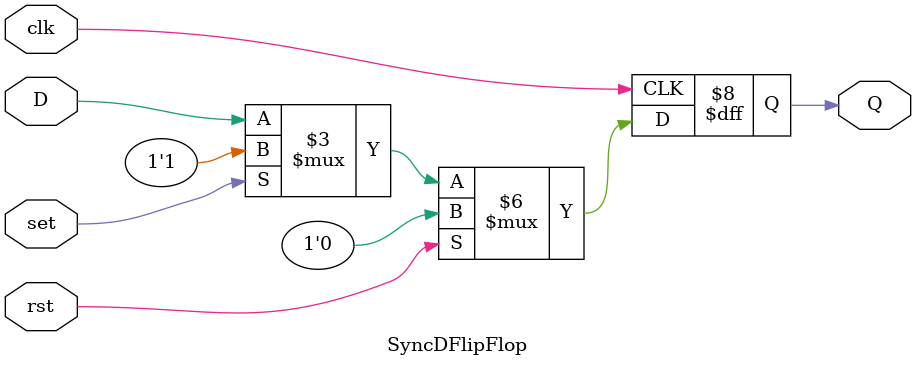
<source format=v>
`timescale 1ns / 1ps


module SyncDFlipFlop (
    input wire D,
    input wire clk,
    input wire rst,
    input wire set,
    output reg Q
);
always @(posedge clk) begin
    if (rst)
        Q <= 0; // Reset Q clear
    else if (set)
        Q <= 1; // Set Q = 1    
    else
        Q <= D;
end
endmodule


</source>
